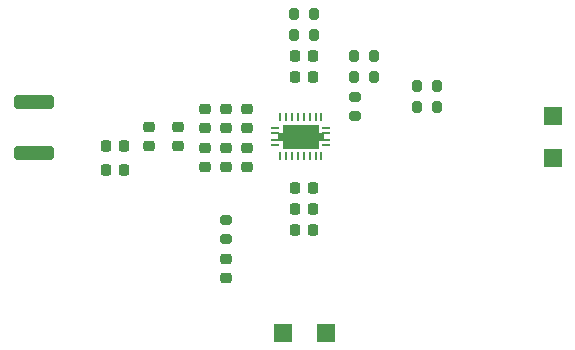
<source format=gbr>
%TF.GenerationSoftware,KiCad,Pcbnew,(7.0.0)*%
%TF.CreationDate,2023-04-29T18:10:18-05:00*%
%TF.ProjectId,WiHi,57694869-2e6b-4696-9361-645f70636258,-*%
%TF.SameCoordinates,PX795bdf0PY68e3130*%
%TF.FileFunction,Soldermask,Top*%
%TF.FilePolarity,Negative*%
%FSLAX46Y46*%
G04 Gerber Fmt 4.6, Leading zero omitted, Abs format (unit mm)*
G04 Created by KiCad (PCBNEW (7.0.0)) date 2023-04-29 18:10:18*
%MOMM*%
%LPD*%
G01*
G04 APERTURE LIST*
G04 Aperture macros list*
%AMRoundRect*
0 Rectangle with rounded corners*
0 $1 Rounding radius*
0 $2 $3 $4 $5 $6 $7 $8 $9 X,Y pos of 4 corners*
0 Add a 4 corners polygon primitive as box body*
4,1,4,$2,$3,$4,$5,$6,$7,$8,$9,$2,$3,0*
0 Add four circle primitives for the rounded corners*
1,1,$1+$1,$2,$3*
1,1,$1+$1,$4,$5*
1,1,$1+$1,$6,$7*
1,1,$1+$1,$8,$9*
0 Add four rect primitives between the rounded corners*
20,1,$1+$1,$2,$3,$4,$5,0*
20,1,$1+$1,$4,$5,$6,$7,0*
20,1,$1+$1,$6,$7,$8,$9,0*
20,1,$1+$1,$8,$9,$2,$3,0*%
%AMFreePoly0*
4,1,13,0.375000,1.525000,1.025000,1.525000,1.025000,-1.525000,0.375000,-1.525000,0.375000,-1.925000,-0.375000,-1.925000,-0.375000,-1.525000,-1.025000,-1.525000,-1.025000,1.525000,-0.375000,1.525000,-0.375000,1.925000,0.375000,1.925000,0.375000,1.525000,0.375000,1.525000,$1*%
G04 Aperture macros list end*
%ADD10RoundRect,0.250000X1.450000X-0.312500X1.450000X0.312500X-1.450000X0.312500X-1.450000X-0.312500X0*%
%ADD11R,1.500000X1.500000*%
%ADD12RoundRect,0.050400X0.249600X-0.069600X0.249600X0.069600X-0.249600X0.069600X-0.249600X-0.069600X0*%
%ADD13RoundRect,0.050400X0.069600X-0.249600X0.069600X0.249600X-0.069600X0.249600X-0.069600X-0.249600X0*%
%ADD14FreePoly0,90.000000*%
%ADD15RoundRect,0.050000X0.250000X-0.050000X0.250000X0.050000X-0.250000X0.050000X-0.250000X-0.050000X0*%
%ADD16RoundRect,0.200000X0.200000X0.275000X-0.200000X0.275000X-0.200000X-0.275000X0.200000X-0.275000X0*%
%ADD17RoundRect,0.200000X0.275000X-0.200000X0.275000X0.200000X-0.275000X0.200000X-0.275000X-0.200000X0*%
%ADD18RoundRect,0.200000X-0.200000X-0.275000X0.200000X-0.275000X0.200000X0.275000X-0.200000X0.275000X0*%
%ADD19RoundRect,0.218750X-0.256250X0.218750X-0.256250X-0.218750X0.256250X-0.218750X0.256250X0.218750X0*%
%ADD20RoundRect,0.225000X-0.250000X0.225000X-0.250000X-0.225000X0.250000X-0.225000X0.250000X0.225000X0*%
%ADD21RoundRect,0.225000X-0.225000X-0.250000X0.225000X-0.250000X0.225000X0.250000X-0.225000X0.250000X0*%
%ADD22RoundRect,0.225000X0.225000X0.250000X-0.225000X0.250000X-0.225000X-0.250000X0.225000X-0.250000X0*%
%ADD23RoundRect,0.225000X0.250000X-0.225000X0.250000X0.225000X-0.250000X0.225000X-0.250000X-0.225000X0*%
G04 APERTURE END LIST*
D10*
%TO.C,Coil*%
X3810000Y16658500D03*
X3810000Y20933500D03*
%TD*%
D11*
%TO.C,EN2*%
X47751999Y19811999D03*
%TD*%
%TO.C,EN1*%
X47751999Y16255999D03*
%TD*%
D12*
%TO.C,U1*%
X24266000Y17284000D03*
D13*
X24666000Y16384000D03*
X25166000Y16384000D03*
X25666000Y16384000D03*
X26166000Y16384000D03*
X26666000Y16384000D03*
X27166000Y16384000D03*
X27666000Y16384000D03*
X28166000Y16384000D03*
D12*
X28566000Y17284000D03*
X28566000Y18784000D03*
D13*
X28166000Y19684000D03*
X27666000Y19684000D03*
X27166000Y19684000D03*
X26666000Y19684000D03*
X26166000Y19684000D03*
X25666000Y19684000D03*
X25166000Y19684000D03*
X24666000Y19684000D03*
D12*
X24266000Y18784000D03*
D14*
X26416000Y18034000D03*
D15*
X28566000Y18309000D03*
X24266000Y18309000D03*
X28566000Y17759000D03*
X24266000Y17759000D03*
%TD*%
D11*
%TO.C,GND*%
X28574999Y1422399D03*
%TD*%
%TO.C,5V*%
X24891999Y1422399D03*
%TD*%
D16*
%TO.C,R7*%
X36259000Y20574000D03*
X37909000Y20574000D03*
%TD*%
%TO.C,R6*%
X25845000Y28448000D03*
X27495000Y28448000D03*
%TD*%
%TO.C,R5*%
X32575000Y24892000D03*
X30925000Y24892000D03*
%TD*%
D17*
%TO.C,R4*%
X20066000Y9335000D03*
X20066000Y10985000D03*
%TD*%
D18*
%TO.C,R3*%
X27495000Y26670000D03*
X25845000Y26670000D03*
%TD*%
D16*
%TO.C,R2*%
X32575000Y23114000D03*
X30925000Y23114000D03*
%TD*%
D17*
%TO.C,R1*%
X30988000Y19749000D03*
X30988000Y21399000D03*
%TD*%
D18*
%TO.C,NTC1*%
X36259000Y22352000D03*
X37909000Y22352000D03*
%TD*%
D19*
%TO.C,D1*%
X20066000Y7645500D03*
X20066000Y6070500D03*
%TD*%
D20*
%TO.C,C15*%
X16002000Y18809000D03*
X16002000Y17259000D03*
%TD*%
D21*
%TO.C,C14*%
X9893000Y15240000D03*
X11443000Y15240000D03*
%TD*%
D22*
%TO.C,C13*%
X27445000Y10160000D03*
X25895000Y10160000D03*
%TD*%
%TO.C,C12*%
X27445000Y11938000D03*
X25895000Y11938000D03*
%TD*%
%TO.C,C11*%
X27445000Y13716000D03*
X25895000Y13716000D03*
%TD*%
%TO.C,C10*%
X25895000Y24892000D03*
X27445000Y24892000D03*
%TD*%
%TO.C,C9*%
X25895000Y23114000D03*
X27445000Y23114000D03*
%TD*%
D23*
%TO.C,C8*%
X20066000Y18783000D03*
X20066000Y20333000D03*
%TD*%
%TO.C,C7*%
X18288000Y18783000D03*
X18288000Y20333000D03*
%TD*%
%TO.C,C6*%
X21844000Y18783000D03*
X21844000Y20333000D03*
%TD*%
D20*
%TO.C,C5*%
X21844000Y17031000D03*
X21844000Y15481000D03*
%TD*%
%TO.C,C4*%
X18288000Y17031000D03*
X18288000Y15481000D03*
%TD*%
%TO.C,C3*%
X20066000Y17031000D03*
X20066000Y15481000D03*
%TD*%
%TO.C,C2*%
X13526000Y18809000D03*
X13526000Y17259000D03*
%TD*%
D21*
%TO.C,C1*%
X9893000Y17272000D03*
X11443000Y17272000D03*
%TD*%
M02*

</source>
